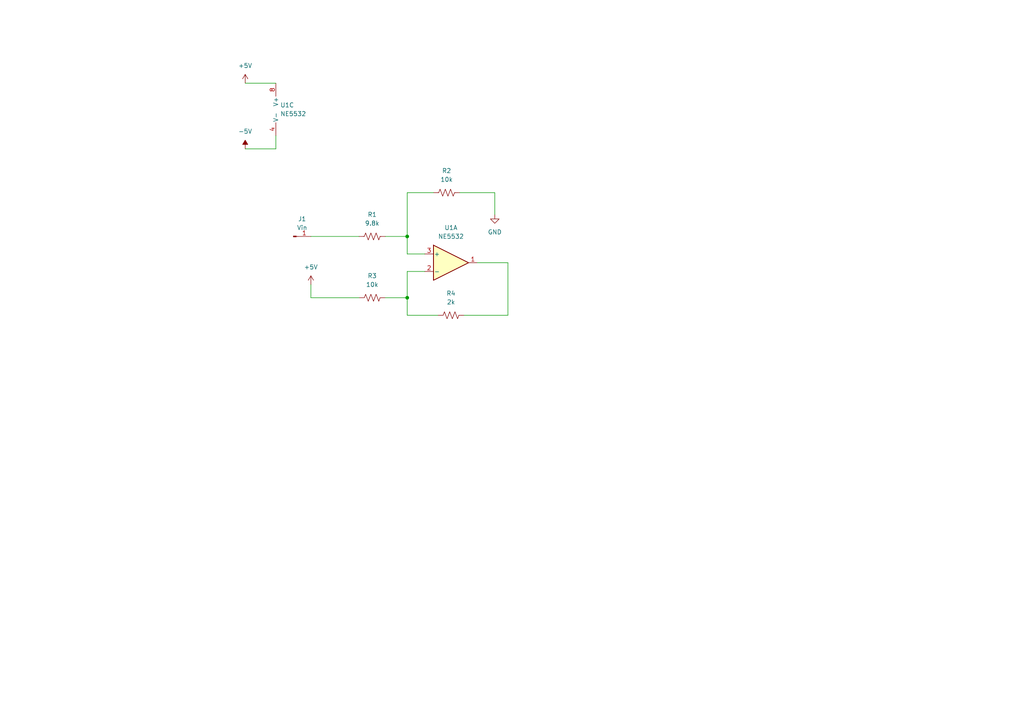
<source format=kicad_sch>
(kicad_sch (version 20211123) (generator eeschema)
  (paper "A4")
  (lib_symbols
    (symbol "Amplifier_Operational:NE5532" (pin_names (offset 0.127))
      (property "Reference" "U" (at 0 5.08 0))
      (property "Value" "NE5532" (at 0 -5.08 0))
      (symbol "NE5532_1_1"
        (polyline (pts (xy -5.08 5.08) (xy 5.08 0) (xy -5.08 -5.08) (xy -5.08 5.08)) (stroke (width 0.254)) (fill (type background)))
        (pin output line (at 7.62 0 180) (length 2.54) (name "~") (number "1"))
        (pin input line (at -7.62 -2.54 0) (length 2.54) (name "-") (number "2"))
        (pin input line (at -7.62 2.54 0) (length 2.54) (name "+") (number "3"))
      )
      (symbol "NE5532_2_1"
        (polyline (pts (xy -5.08 5.08) (xy 5.08 0) (xy -5.08 -5.08) (xy -5.08 5.08)) (stroke (width 0.254)) (fill (type background)))
        (pin input line (at -7.62 2.54 0) (length 2.54) (name "+") (number "5"))
        (pin input line (at -7.62 -2.54 0) (length 2.54) (name "-") (number "6"))
        (pin output line (at 7.62 0 180) (length 2.54) (name "~") (number "7"))
      )
      (symbol "NE5532_3_1"
        (pin power_in line (at -2.54 -7.62 90) (length 3.81) (name "V-") (number "4"))
        (pin power_in line (at -2.54 7.62 270) (length 3.81) (name "V+") (number "8"))
      )
    )
    (symbol "Connector:Conn_01x01_Male" (pin_names (offset 1.016) hide)
      (property "Reference" "J" (at 0 2.54 0))
      (property "Value" "Conn_01x01_Male" (at 0 -2.54 0))
      (symbol "Conn_01x01_Male_1_1"
        (polyline (pts (xy 1.27 0) (xy 0.8636 0)) (stroke (width 0.1524)))
        (rectangle (start 0.8636 0.127) (end 0 -0.127) (stroke (width 0.1524)) (fill (type outline)))
        (pin passive line (at 5.08 0 180) (length 3.81) (name "Pin_1") (number "1"))
      )
    )
    (symbol "Device:R_US" (pin_numbers hide) (pin_names (offset 0))
      (property "Reference" "R" (at 2.54 0 90))
      (property "Value" "R_US" (at -2.54 0 90))
      (symbol "R_US_0_1"
        (polyline (pts (xy 0 -2.286) (xy 0 -2.54)))
        (polyline (pts (xy 0 2.286) (xy 0 2.54)))
        (polyline (pts (xy 0 -0.762) (xy 1.016 -1.143) (xy 0 -1.524) (xy -1.016 -1.905) (xy 0 -2.286)))
        (polyline (pts (xy 0 0.762) (xy 1.016 0.381) (xy 0 0) (xy -1.016 -0.381) (xy 0 -0.762)))
        (polyline (pts (xy 0 2.286) (xy 1.016 1.905) (xy 0 1.524) (xy -1.016 1.143) (xy 0 0.762)))
      )
      (symbol "R_US_1_1"
        (pin passive line (at 0 3.81 270) (length 1.27) (name "~") (number "1"))
        (pin passive line (at 0 -3.81 90) (length 1.27) (name "~") (number "2"))
      )
    )
    (symbol "power:+5V" (power) (pin_names (offset 0))
      (property "Value" "+5V" (at 0 3.556 0))
      (symbol "+5V_0_1"
        (polyline (pts (xy -0.762 1.27) (xy 0 2.54)))
        (polyline (pts (xy 0 0) (xy 0 2.54)))
        (polyline (pts (xy 0 2.54) (xy 0.762 1.27)))
      )
      (symbol "+5V_1_1"
        (pin power_in line (at 0 0 90) (length 0) hide (name "+5V") (number "1"))
      )
    )
    (symbol "power:-5V" (power) (pin_names (offset 0))
      (property "Value" "-5V" (at 0 3.81 0))
      (symbol "-5V_0_0"
        (pin power_in line (at 0 0 90) (length 0) hide (name "-5V") (number "1"))
      )
      (symbol "-5V_0_1"
        (polyline (pts (xy 0 0) (xy 0 1.27) (xy 0.762 1.27) (xy 0 2.54) (xy -0.762 1.27) (xy 0 1.27)) (fill (type outline)))
      )
    )
    (symbol "power:GND" (power) (pin_names (offset 0))
      (property "Value" "GND" (at 0 -3.81 0))
      (symbol "GND_0_1"
        (polyline (pts (xy 0 0) (xy 0 -1.27) (xy 1.27 -1.27) (xy 0 -2.54) (xy -1.27 -1.27) (xy 0 -1.27)))
      )
      (symbol "GND_1_1"
        (pin power_in line (at 0 0 270) (length 0) hide (name "GND") (number "1"))
      )
    )
  )
  (junction (at 118.11 68.58))
  (junction (at 118.11 86.36))
  (wire (pts (xy 118.11 86.36) (xy 118.11 78.74)))
  (wire (pts (xy 111.76 68.58) (xy 118.11 68.58)))
  (wire (pts (xy 118.11 91.44) (xy 118.11 86.36)))
  (wire (pts (xy 118.11 78.74) (xy 123.19 78.74)))
  (wire (pts (xy 138.43 76.2) (xy 147.32 76.2)))
  (wire (pts (xy 134.62 91.44) (xy 147.32 91.44)))
  (wire (pts (xy 104.14 86.36) (xy 90.17 86.36)))
  (wire (pts (xy 90.17 82.55) (xy 90.17 86.36)))
  (wire (pts (xy 127 91.44) (xy 118.11 91.44)))
  (wire (pts (xy 111.76 86.36) (xy 118.11 86.36)))
  (wire (pts (xy 143.51 62.23) (xy 143.51 55.88)))
  (wire (pts (xy 133.35 55.88) (xy 143.51 55.88)))
  (wire (pts (xy 118.11 73.66) (xy 123.19 73.66)))
  (wire (pts (xy 80.01 24.13) (xy 71.12 24.13)))
  (wire (pts (xy 90.17 68.58) (xy 104.14 68.58)))
  (wire (pts (xy 80.01 43.18) (xy 71.12 43.18)))
  (wire (pts (xy 80.01 39.37) (xy 80.01 43.18)))
  (wire (pts (xy 118.11 68.58) (xy 118.11 73.66)))
  (wire (pts (xy 118.11 55.88) (xy 118.11 68.58)))
  (wire (pts (xy 147.32 76.2) (xy 147.32 91.44)))
  (wire (pts (xy 125.73 55.88) (xy 118.11 55.88)))
  (symbol (lib_id "Device:R_US") (at 107.95 86.36 90) (unit 1)
    (property "Reference" "R3" (at 107.95 80.01 90))
    (property "Value" "10k" (at 107.95 82.55 90))
  )
  (symbol (lib_id "Amplifier_Operational:NE5532") (at 82.55 31.75 0) (unit 3)
    (property "Reference" "U1" (at 81.28 30.4799 0) (effects (justify left)))
    (property "Value" "NE5532" (at 81.28 33.0199 0) (effects (justify left)))
    (property "Datasheet" "http://www.ti.com/lit/ds/symlink/ne5532.pdf" (effects hide))
  )
  (symbol (lib_id "power:+5V") (at 90.17 82.55 0) (unit 1)
    (property "Reference" "#PWR?" (effects hide))
    (property "Value" "+5V" (at 90.17 77.47 0))
  )
  (symbol (lib_id "Amplifier_Operational:NE5532") (at 130.81 76.2 0) (unit 1)
    (property "Reference" "U1" (at 130.81 66.04 0))
    (property "Value" "NE5532" (at 130.81 68.58 0))
    (property "Datasheet" "http://www.ti.com/lit/ds/symlink/ne5532.pdf" (effects hide))
  )
  (symbol (lib_id "Device:R_US") (at 107.95 68.58 90) (unit 1)
    (property "Reference" "R1" (at 107.95 62.23 90))
    (property "Value" "9.8k" (at 107.95 64.77 90))
  )
  (symbol (lib_id "Device:R_US") (at 129.54 55.88 90) (unit 1)
    (property "Reference" "R2" (at 129.54 49.53 90))
    (property "Value" "10k" (at 129.54 52.07 90))
  )
  (symbol (lib_id "Connector:Conn_01x01_Male") (at 85.09 68.58 0) (unit 1)
    (property "Reference" "J1" (at 87.63 63.5 0))
    (property "Value" "Vin" (at 87.63 66.04 0))
  )
  (symbol (lib_id "power:GND") (at 143.51 62.23 0) (unit 1)
    (property "Reference" "#PWR?" (effects hide))
    (property "Value" "GND" (at 143.51 67.31 0))
  )
  (symbol (lib_id "power:+5V") (at 71.12 24.13 0) (unit 1)
    (property "Reference" "#PWR?" (effects hide))
    (property "Value" "+5V" (at 71.12 19.05 0))
  )
  (symbol (lib_id "Device:R_US") (at 130.81 91.44 90) (unit 1)
    (property "Reference" "R4" (at 130.81 85.09 90))
    (property "Value" "2k" (at 130.81 87.63 90))
  )
  (symbol (lib_id "power:-5V") (at 71.12 43.18 0) (unit 1)
    (property "Reference" "#PWR?" (effects hide))
    (property "Value" "-5V" (at 71.12 38.1 0))
  )
)
</source>
